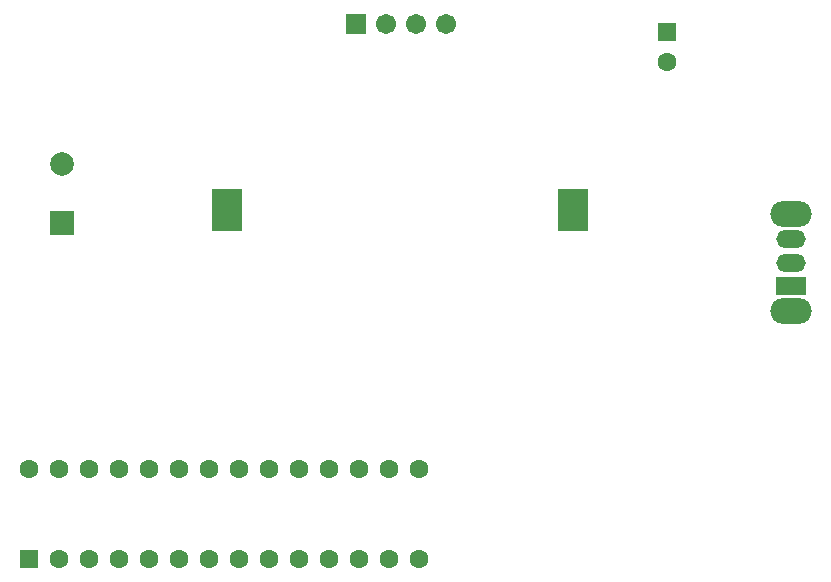
<source format=gbr>
%TF.GenerationSoftware,KiCad,Pcbnew,9.0.5*%
%TF.CreationDate,2026-01-24T15:15:31+01:00*%
%TF.ProjectId,Seminarski,53656d69-6e61-4727-936b-692e6b696361,rev?*%
%TF.SameCoordinates,Original*%
%TF.FileFunction,Soldermask,Bot*%
%TF.FilePolarity,Negative*%
%FSLAX46Y46*%
G04 Gerber Fmt 4.6, Leading zero omitted, Abs format (unit mm)*
G04 Created by KiCad (PCBNEW 9.0.5) date 2026-01-24 15:15:31*
%MOMM*%
%LPD*%
G01*
G04 APERTURE LIST*
G04 Aperture macros list*
%AMRoundRect*
0 Rectangle with rounded corners*
0 $1 Rounding radius*
0 $2 $3 $4 $5 $6 $7 $8 $9 X,Y pos of 4 corners*
0 Add a 4 corners polygon primitive as box body*
4,1,4,$2,$3,$4,$5,$6,$7,$8,$9,$2,$3,0*
0 Add four circle primitives for the rounded corners*
1,1,$1+$1,$2,$3*
1,1,$1+$1,$4,$5*
1,1,$1+$1,$6,$7*
1,1,$1+$1,$8,$9*
0 Add four rect primitives between the rounded corners*
20,1,$1+$1,$2,$3,$4,$5,0*
20,1,$1+$1,$4,$5,$6,$7,0*
20,1,$1+$1,$6,$7,$8,$9,0*
20,1,$1+$1,$8,$9,$2,$3,0*%
G04 Aperture macros list end*
%ADD10RoundRect,0.102000X-0.754000X-0.754000X0.754000X-0.754000X0.754000X0.754000X-0.754000X0.754000X0*%
%ADD11C,1.712000*%
%ADD12O,2.500000X1.500000*%
%ADD13R,2.500000X1.500000*%
%ADD14O,3.500000X2.200000*%
%ADD15R,2.000000X2.000000*%
%ADD16C,2.000000*%
%ADD17RoundRect,0.250000X0.550000X-0.550000X0.550000X0.550000X-0.550000X0.550000X-0.550000X-0.550000X0*%
%ADD18C,1.600000*%
%ADD19R,2.600000X3.600000*%
%ADD20RoundRect,0.250000X-0.550000X0.550000X-0.550000X-0.550000X0.550000X-0.550000X0.550000X0.550000X0*%
G04 APERTURE END LIST*
D10*
%TO.C,U2*%
X169380000Y-43750000D03*
D11*
X171920000Y-43750000D03*
X174460000Y-43750000D03*
X177000000Y-43750000D03*
%TD*%
D12*
%TO.C,SW22*%
X206250000Y-62000000D03*
X206250000Y-64000000D03*
D13*
X206250000Y-66000000D03*
D14*
X206250000Y-59900000D03*
X206250000Y-68100000D03*
%TD*%
D15*
%TO.C,BZ1*%
X144500000Y-60620785D03*
D16*
X144500000Y-55620785D03*
%TD*%
D17*
%TO.C,U1*%
X141740000Y-89055000D03*
D18*
X144280000Y-89055000D03*
X146820000Y-89055000D03*
X149360000Y-89055000D03*
X151900000Y-89055000D03*
X154440000Y-89055000D03*
X156980000Y-89055000D03*
X159520000Y-89055000D03*
X162060000Y-89055000D03*
X164600000Y-89055000D03*
X167140000Y-89055000D03*
X169680000Y-89055000D03*
X172220000Y-89055000D03*
X174760000Y-89055000D03*
X174760000Y-81435000D03*
X172220000Y-81435000D03*
X169680000Y-81435000D03*
X167140000Y-81435000D03*
X164600000Y-81435000D03*
X162060000Y-81435000D03*
X159520000Y-81435000D03*
X156980000Y-81435000D03*
X154440000Y-81435000D03*
X151900000Y-81435000D03*
X149360000Y-81435000D03*
X146820000Y-81435000D03*
X144280000Y-81435000D03*
X141740000Y-81435000D03*
%TD*%
D19*
%TO.C,BT1*%
X187800000Y-59550000D03*
X158500000Y-59550000D03*
%TD*%
D20*
%TO.C,C1*%
X195750000Y-44500000D03*
D18*
X195750000Y-47000000D03*
%TD*%
M02*

</source>
